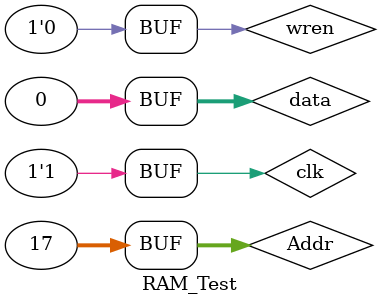
<source format=sv>


module RAM_Test();


logic [31:0] Addr;
	logic [31:0] q, data;
	logic clk, wren;
	
	RamD Ram(Addr, clk, data, wren, q);

always begin
			clk = 0; # 2; clk = 1; # 2;
end
	 
	
	
	initial begin

	wren = 0;
	data = 0;
	
	Addr = 32'h0;
	#5;
	Addr = 32'h3;
	#5;
	Addr = 32'h9;
	#5;
	Addr = 32'h11;
	#5;
	

	end

endmodule 

//vsim -L altera_mf_ver -L lpm_ver RAM_Test
</source>
